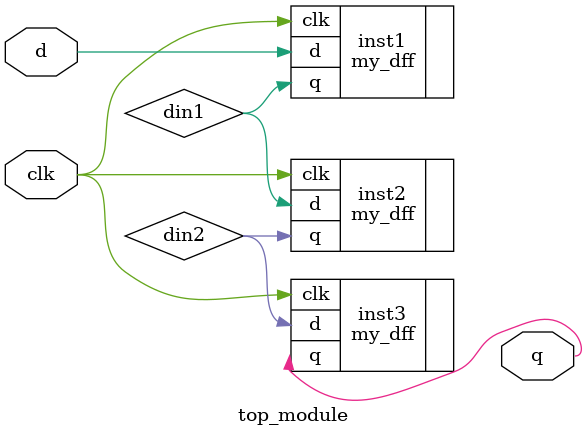
<source format=v>
module top_module ( input clk, input d, output q );
    wire din1;
    wire din2;
    
    my_dff inst1 (
        .clk(clk),
        .d(d),
        .q(din1)
    );
    
    my_dff inst2 (
        .clk(clk),
        .d(din1),
        .q(din2)
    );
    
    my_dff inst3 (
        .clk(clk),
        .d(din2),
        .q(q)
    );
endmodule
</source>
